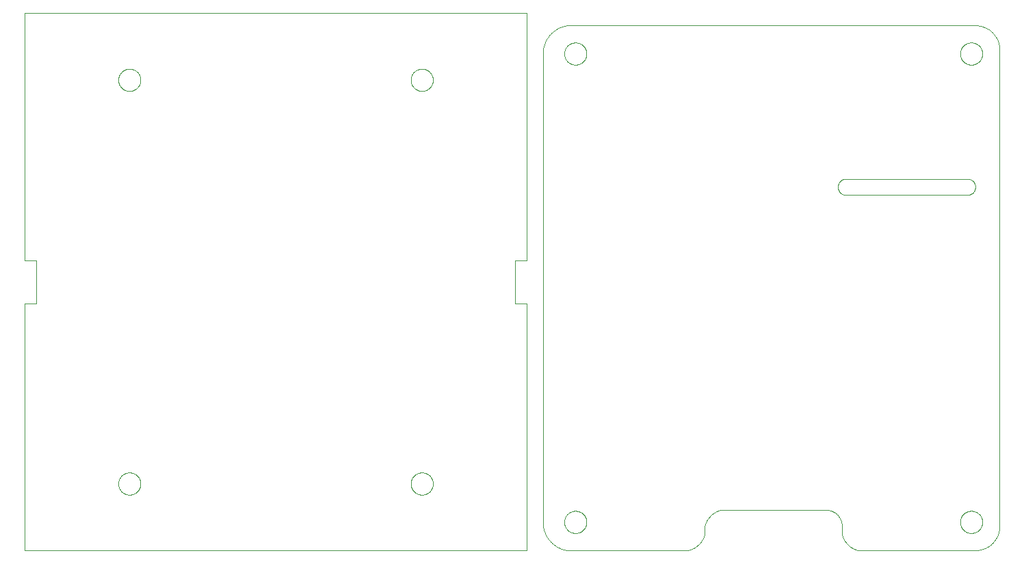
<source format=gtp>
G75*
%MOIN*%
%OFA0B0*%
%FSLAX25Y25*%
%IPPOS*%
%LPD*%
%AMOC8*
5,1,8,0,0,1.08239X$1,22.5*
%
%ADD10C,0.00000*%
D10*
X0001000Y0033905D02*
X0245882Y0033905D01*
X0245882Y0154378D01*
X0239976Y0154378D01*
X0239976Y0175244D01*
X0245882Y0175244D01*
X0245882Y0295716D01*
X0001000Y0295716D01*
X0001000Y0175244D01*
X0006906Y0175244D01*
X0006906Y0154378D01*
X0001000Y0154378D01*
X0001000Y0033905D01*
X0046768Y0066386D02*
X0046770Y0066533D01*
X0046776Y0066679D01*
X0046786Y0066825D01*
X0046800Y0066971D01*
X0046818Y0067117D01*
X0046839Y0067262D01*
X0046865Y0067406D01*
X0046895Y0067550D01*
X0046928Y0067692D01*
X0046965Y0067834D01*
X0047006Y0067975D01*
X0047051Y0068114D01*
X0047100Y0068253D01*
X0047152Y0068390D01*
X0047209Y0068525D01*
X0047268Y0068659D01*
X0047332Y0068791D01*
X0047399Y0068921D01*
X0047469Y0069050D01*
X0047543Y0069177D01*
X0047620Y0069301D01*
X0047701Y0069424D01*
X0047785Y0069544D01*
X0047872Y0069662D01*
X0047962Y0069777D01*
X0048055Y0069890D01*
X0048152Y0070001D01*
X0048251Y0070109D01*
X0048353Y0070214D01*
X0048458Y0070316D01*
X0048566Y0070415D01*
X0048677Y0070512D01*
X0048790Y0070605D01*
X0048905Y0070695D01*
X0049023Y0070782D01*
X0049143Y0070866D01*
X0049266Y0070947D01*
X0049390Y0071024D01*
X0049517Y0071098D01*
X0049646Y0071168D01*
X0049776Y0071235D01*
X0049908Y0071299D01*
X0050042Y0071358D01*
X0050177Y0071415D01*
X0050314Y0071467D01*
X0050453Y0071516D01*
X0050592Y0071561D01*
X0050733Y0071602D01*
X0050875Y0071639D01*
X0051017Y0071672D01*
X0051161Y0071702D01*
X0051305Y0071728D01*
X0051450Y0071749D01*
X0051596Y0071767D01*
X0051742Y0071781D01*
X0051888Y0071791D01*
X0052034Y0071797D01*
X0052181Y0071799D01*
X0052328Y0071797D01*
X0052474Y0071791D01*
X0052620Y0071781D01*
X0052766Y0071767D01*
X0052912Y0071749D01*
X0053057Y0071728D01*
X0053201Y0071702D01*
X0053345Y0071672D01*
X0053487Y0071639D01*
X0053629Y0071602D01*
X0053770Y0071561D01*
X0053909Y0071516D01*
X0054048Y0071467D01*
X0054185Y0071415D01*
X0054320Y0071358D01*
X0054454Y0071299D01*
X0054586Y0071235D01*
X0054716Y0071168D01*
X0054845Y0071098D01*
X0054972Y0071024D01*
X0055096Y0070947D01*
X0055219Y0070866D01*
X0055339Y0070782D01*
X0055457Y0070695D01*
X0055572Y0070605D01*
X0055685Y0070512D01*
X0055796Y0070415D01*
X0055904Y0070316D01*
X0056009Y0070214D01*
X0056111Y0070109D01*
X0056210Y0070001D01*
X0056307Y0069890D01*
X0056400Y0069777D01*
X0056490Y0069662D01*
X0056577Y0069544D01*
X0056661Y0069424D01*
X0056742Y0069301D01*
X0056819Y0069177D01*
X0056893Y0069050D01*
X0056963Y0068921D01*
X0057030Y0068791D01*
X0057094Y0068659D01*
X0057153Y0068525D01*
X0057210Y0068390D01*
X0057262Y0068253D01*
X0057311Y0068114D01*
X0057356Y0067975D01*
X0057397Y0067834D01*
X0057434Y0067692D01*
X0057467Y0067550D01*
X0057497Y0067406D01*
X0057523Y0067262D01*
X0057544Y0067117D01*
X0057562Y0066971D01*
X0057576Y0066825D01*
X0057586Y0066679D01*
X0057592Y0066533D01*
X0057594Y0066386D01*
X0057592Y0066239D01*
X0057586Y0066093D01*
X0057576Y0065947D01*
X0057562Y0065801D01*
X0057544Y0065655D01*
X0057523Y0065510D01*
X0057497Y0065366D01*
X0057467Y0065222D01*
X0057434Y0065080D01*
X0057397Y0064938D01*
X0057356Y0064797D01*
X0057311Y0064658D01*
X0057262Y0064519D01*
X0057210Y0064382D01*
X0057153Y0064247D01*
X0057094Y0064113D01*
X0057030Y0063981D01*
X0056963Y0063851D01*
X0056893Y0063722D01*
X0056819Y0063595D01*
X0056742Y0063471D01*
X0056661Y0063348D01*
X0056577Y0063228D01*
X0056490Y0063110D01*
X0056400Y0062995D01*
X0056307Y0062882D01*
X0056210Y0062771D01*
X0056111Y0062663D01*
X0056009Y0062558D01*
X0055904Y0062456D01*
X0055796Y0062357D01*
X0055685Y0062260D01*
X0055572Y0062167D01*
X0055457Y0062077D01*
X0055339Y0061990D01*
X0055219Y0061906D01*
X0055096Y0061825D01*
X0054972Y0061748D01*
X0054845Y0061674D01*
X0054716Y0061604D01*
X0054586Y0061537D01*
X0054454Y0061473D01*
X0054320Y0061414D01*
X0054185Y0061357D01*
X0054048Y0061305D01*
X0053909Y0061256D01*
X0053770Y0061211D01*
X0053629Y0061170D01*
X0053487Y0061133D01*
X0053345Y0061100D01*
X0053201Y0061070D01*
X0053057Y0061044D01*
X0052912Y0061023D01*
X0052766Y0061005D01*
X0052620Y0060991D01*
X0052474Y0060981D01*
X0052328Y0060975D01*
X0052181Y0060973D01*
X0052034Y0060975D01*
X0051888Y0060981D01*
X0051742Y0060991D01*
X0051596Y0061005D01*
X0051450Y0061023D01*
X0051305Y0061044D01*
X0051161Y0061070D01*
X0051017Y0061100D01*
X0050875Y0061133D01*
X0050733Y0061170D01*
X0050592Y0061211D01*
X0050453Y0061256D01*
X0050314Y0061305D01*
X0050177Y0061357D01*
X0050042Y0061414D01*
X0049908Y0061473D01*
X0049776Y0061537D01*
X0049646Y0061604D01*
X0049517Y0061674D01*
X0049390Y0061748D01*
X0049266Y0061825D01*
X0049143Y0061906D01*
X0049023Y0061990D01*
X0048905Y0062077D01*
X0048790Y0062167D01*
X0048677Y0062260D01*
X0048566Y0062357D01*
X0048458Y0062456D01*
X0048353Y0062558D01*
X0048251Y0062663D01*
X0048152Y0062771D01*
X0048055Y0062882D01*
X0047962Y0062995D01*
X0047872Y0063110D01*
X0047785Y0063228D01*
X0047701Y0063348D01*
X0047620Y0063471D01*
X0047543Y0063595D01*
X0047469Y0063722D01*
X0047399Y0063851D01*
X0047332Y0063981D01*
X0047268Y0064113D01*
X0047209Y0064247D01*
X0047152Y0064382D01*
X0047100Y0064519D01*
X0047051Y0064658D01*
X0047006Y0064797D01*
X0046965Y0064938D01*
X0046928Y0065080D01*
X0046895Y0065222D01*
X0046865Y0065366D01*
X0046839Y0065510D01*
X0046818Y0065655D01*
X0046800Y0065801D01*
X0046786Y0065947D01*
X0046776Y0066093D01*
X0046770Y0066239D01*
X0046768Y0066386D01*
X0189288Y0066386D02*
X0189290Y0066533D01*
X0189296Y0066679D01*
X0189306Y0066825D01*
X0189320Y0066971D01*
X0189338Y0067117D01*
X0189359Y0067262D01*
X0189385Y0067406D01*
X0189415Y0067550D01*
X0189448Y0067692D01*
X0189485Y0067834D01*
X0189526Y0067975D01*
X0189571Y0068114D01*
X0189620Y0068253D01*
X0189672Y0068390D01*
X0189729Y0068525D01*
X0189788Y0068659D01*
X0189852Y0068791D01*
X0189919Y0068921D01*
X0189989Y0069050D01*
X0190063Y0069177D01*
X0190140Y0069301D01*
X0190221Y0069424D01*
X0190305Y0069544D01*
X0190392Y0069662D01*
X0190482Y0069777D01*
X0190575Y0069890D01*
X0190672Y0070001D01*
X0190771Y0070109D01*
X0190873Y0070214D01*
X0190978Y0070316D01*
X0191086Y0070415D01*
X0191197Y0070512D01*
X0191310Y0070605D01*
X0191425Y0070695D01*
X0191543Y0070782D01*
X0191663Y0070866D01*
X0191786Y0070947D01*
X0191910Y0071024D01*
X0192037Y0071098D01*
X0192166Y0071168D01*
X0192296Y0071235D01*
X0192428Y0071299D01*
X0192562Y0071358D01*
X0192697Y0071415D01*
X0192834Y0071467D01*
X0192973Y0071516D01*
X0193112Y0071561D01*
X0193253Y0071602D01*
X0193395Y0071639D01*
X0193537Y0071672D01*
X0193681Y0071702D01*
X0193825Y0071728D01*
X0193970Y0071749D01*
X0194116Y0071767D01*
X0194262Y0071781D01*
X0194408Y0071791D01*
X0194554Y0071797D01*
X0194701Y0071799D01*
X0194848Y0071797D01*
X0194994Y0071791D01*
X0195140Y0071781D01*
X0195286Y0071767D01*
X0195432Y0071749D01*
X0195577Y0071728D01*
X0195721Y0071702D01*
X0195865Y0071672D01*
X0196007Y0071639D01*
X0196149Y0071602D01*
X0196290Y0071561D01*
X0196429Y0071516D01*
X0196568Y0071467D01*
X0196705Y0071415D01*
X0196840Y0071358D01*
X0196974Y0071299D01*
X0197106Y0071235D01*
X0197236Y0071168D01*
X0197365Y0071098D01*
X0197492Y0071024D01*
X0197616Y0070947D01*
X0197739Y0070866D01*
X0197859Y0070782D01*
X0197977Y0070695D01*
X0198092Y0070605D01*
X0198205Y0070512D01*
X0198316Y0070415D01*
X0198424Y0070316D01*
X0198529Y0070214D01*
X0198631Y0070109D01*
X0198730Y0070001D01*
X0198827Y0069890D01*
X0198920Y0069777D01*
X0199010Y0069662D01*
X0199097Y0069544D01*
X0199181Y0069424D01*
X0199262Y0069301D01*
X0199339Y0069177D01*
X0199413Y0069050D01*
X0199483Y0068921D01*
X0199550Y0068791D01*
X0199614Y0068659D01*
X0199673Y0068525D01*
X0199730Y0068390D01*
X0199782Y0068253D01*
X0199831Y0068114D01*
X0199876Y0067975D01*
X0199917Y0067834D01*
X0199954Y0067692D01*
X0199987Y0067550D01*
X0200017Y0067406D01*
X0200043Y0067262D01*
X0200064Y0067117D01*
X0200082Y0066971D01*
X0200096Y0066825D01*
X0200106Y0066679D01*
X0200112Y0066533D01*
X0200114Y0066386D01*
X0200112Y0066239D01*
X0200106Y0066093D01*
X0200096Y0065947D01*
X0200082Y0065801D01*
X0200064Y0065655D01*
X0200043Y0065510D01*
X0200017Y0065366D01*
X0199987Y0065222D01*
X0199954Y0065080D01*
X0199917Y0064938D01*
X0199876Y0064797D01*
X0199831Y0064658D01*
X0199782Y0064519D01*
X0199730Y0064382D01*
X0199673Y0064247D01*
X0199614Y0064113D01*
X0199550Y0063981D01*
X0199483Y0063851D01*
X0199413Y0063722D01*
X0199339Y0063595D01*
X0199262Y0063471D01*
X0199181Y0063348D01*
X0199097Y0063228D01*
X0199010Y0063110D01*
X0198920Y0062995D01*
X0198827Y0062882D01*
X0198730Y0062771D01*
X0198631Y0062663D01*
X0198529Y0062558D01*
X0198424Y0062456D01*
X0198316Y0062357D01*
X0198205Y0062260D01*
X0198092Y0062167D01*
X0197977Y0062077D01*
X0197859Y0061990D01*
X0197739Y0061906D01*
X0197616Y0061825D01*
X0197492Y0061748D01*
X0197365Y0061674D01*
X0197236Y0061604D01*
X0197106Y0061537D01*
X0196974Y0061473D01*
X0196840Y0061414D01*
X0196705Y0061357D01*
X0196568Y0061305D01*
X0196429Y0061256D01*
X0196290Y0061211D01*
X0196149Y0061170D01*
X0196007Y0061133D01*
X0195865Y0061100D01*
X0195721Y0061070D01*
X0195577Y0061044D01*
X0195432Y0061023D01*
X0195286Y0061005D01*
X0195140Y0060991D01*
X0194994Y0060981D01*
X0194848Y0060975D01*
X0194701Y0060973D01*
X0194554Y0060975D01*
X0194408Y0060981D01*
X0194262Y0060991D01*
X0194116Y0061005D01*
X0193970Y0061023D01*
X0193825Y0061044D01*
X0193681Y0061070D01*
X0193537Y0061100D01*
X0193395Y0061133D01*
X0193253Y0061170D01*
X0193112Y0061211D01*
X0192973Y0061256D01*
X0192834Y0061305D01*
X0192697Y0061357D01*
X0192562Y0061414D01*
X0192428Y0061473D01*
X0192296Y0061537D01*
X0192166Y0061604D01*
X0192037Y0061674D01*
X0191910Y0061748D01*
X0191786Y0061825D01*
X0191663Y0061906D01*
X0191543Y0061990D01*
X0191425Y0062077D01*
X0191310Y0062167D01*
X0191197Y0062260D01*
X0191086Y0062357D01*
X0190978Y0062456D01*
X0190873Y0062558D01*
X0190771Y0062663D01*
X0190672Y0062771D01*
X0190575Y0062882D01*
X0190482Y0062995D01*
X0190392Y0063110D01*
X0190305Y0063228D01*
X0190221Y0063348D01*
X0190140Y0063471D01*
X0190063Y0063595D01*
X0189989Y0063722D01*
X0189919Y0063851D01*
X0189852Y0063981D01*
X0189788Y0064113D01*
X0189729Y0064247D01*
X0189672Y0064382D01*
X0189620Y0064519D01*
X0189571Y0064658D01*
X0189526Y0064797D01*
X0189485Y0064938D01*
X0189448Y0065080D01*
X0189415Y0065222D01*
X0189385Y0065366D01*
X0189359Y0065510D01*
X0189338Y0065655D01*
X0189320Y0065801D01*
X0189306Y0065947D01*
X0189296Y0066093D01*
X0189290Y0066239D01*
X0189288Y0066386D01*
X0253756Y0045716D02*
X0253756Y0278000D01*
X0253756Y0277999D02*
X0253808Y0278337D01*
X0253869Y0278673D01*
X0253938Y0279008D01*
X0254015Y0279341D01*
X0254100Y0279671D01*
X0254194Y0280000D01*
X0254295Y0280326D01*
X0254405Y0280650D01*
X0254522Y0280971D01*
X0254647Y0281289D01*
X0254780Y0281603D01*
X0254921Y0281915D01*
X0255069Y0282222D01*
X0255225Y0282526D01*
X0255388Y0282827D01*
X0255558Y0283123D01*
X0255736Y0283414D01*
X0255920Y0283702D01*
X0256112Y0283985D01*
X0256311Y0284262D01*
X0256516Y0284535D01*
X0256728Y0284803D01*
X0256947Y0285066D01*
X0257172Y0285323D01*
X0257403Y0285574D01*
X0257640Y0285820D01*
X0257883Y0286060D01*
X0258132Y0286294D01*
X0258387Y0286522D01*
X0258647Y0286743D01*
X0258913Y0286958D01*
X0259184Y0287166D01*
X0259459Y0287368D01*
X0259740Y0287563D01*
X0260025Y0287750D01*
X0260315Y0287931D01*
X0260609Y0288105D01*
X0260908Y0288271D01*
X0261210Y0288430D01*
X0261516Y0288582D01*
X0261826Y0288725D01*
X0262140Y0288862D01*
X0262456Y0288990D01*
X0262776Y0289111D01*
X0263098Y0289224D01*
X0263423Y0289329D01*
X0263751Y0289426D01*
X0264081Y0289515D01*
X0264413Y0289595D01*
X0264746Y0289668D01*
X0265082Y0289732D01*
X0265419Y0289788D01*
X0265757Y0289836D01*
X0266096Y0289875D01*
X0266437Y0289907D01*
X0266777Y0289929D01*
X0267119Y0289944D01*
X0267460Y0289950D01*
X0267802Y0289947D01*
X0268143Y0289937D01*
X0268484Y0289918D01*
X0268825Y0289890D01*
X0269165Y0289854D01*
X0269503Y0289810D01*
X0269504Y0289811D02*
X0464386Y0289811D01*
X0464671Y0289808D01*
X0464957Y0289797D01*
X0465242Y0289780D01*
X0465526Y0289756D01*
X0465810Y0289725D01*
X0466093Y0289687D01*
X0466374Y0289642D01*
X0466655Y0289591D01*
X0466935Y0289533D01*
X0467213Y0289468D01*
X0467489Y0289396D01*
X0467763Y0289318D01*
X0468036Y0289233D01*
X0468306Y0289141D01*
X0468574Y0289043D01*
X0468840Y0288939D01*
X0469103Y0288828D01*
X0469363Y0288711D01*
X0469621Y0288588D01*
X0469875Y0288458D01*
X0470126Y0288322D01*
X0470374Y0288181D01*
X0470618Y0288033D01*
X0470859Y0287880D01*
X0471095Y0287720D01*
X0471328Y0287555D01*
X0471557Y0287385D01*
X0471782Y0287209D01*
X0472002Y0287027D01*
X0472218Y0286841D01*
X0472429Y0286649D01*
X0472636Y0286452D01*
X0472838Y0286250D01*
X0473035Y0286043D01*
X0473227Y0285832D01*
X0473413Y0285616D01*
X0473595Y0285396D01*
X0473771Y0285171D01*
X0473941Y0284942D01*
X0474106Y0284709D01*
X0474266Y0284473D01*
X0474419Y0284232D01*
X0474567Y0283988D01*
X0474708Y0283740D01*
X0474844Y0283489D01*
X0474974Y0283235D01*
X0475097Y0282977D01*
X0475214Y0282717D01*
X0475325Y0282454D01*
X0475429Y0282188D01*
X0475527Y0281920D01*
X0475619Y0281650D01*
X0475704Y0281377D01*
X0475782Y0281103D01*
X0475854Y0280827D01*
X0475919Y0280549D01*
X0475977Y0280269D01*
X0476028Y0279988D01*
X0476073Y0279707D01*
X0476111Y0279424D01*
X0476142Y0279140D01*
X0476166Y0278856D01*
X0476183Y0278571D01*
X0476194Y0278285D01*
X0476197Y0278000D01*
X0476197Y0045716D01*
X0476194Y0045431D01*
X0476183Y0045145D01*
X0476166Y0044860D01*
X0476142Y0044576D01*
X0476111Y0044292D01*
X0476073Y0044009D01*
X0476028Y0043728D01*
X0475977Y0043447D01*
X0475919Y0043167D01*
X0475854Y0042889D01*
X0475782Y0042613D01*
X0475704Y0042339D01*
X0475619Y0042066D01*
X0475527Y0041796D01*
X0475429Y0041528D01*
X0475325Y0041262D01*
X0475214Y0040999D01*
X0475097Y0040739D01*
X0474974Y0040481D01*
X0474844Y0040227D01*
X0474708Y0039976D01*
X0474567Y0039728D01*
X0474419Y0039484D01*
X0474266Y0039243D01*
X0474106Y0039007D01*
X0473941Y0038774D01*
X0473771Y0038545D01*
X0473595Y0038320D01*
X0473413Y0038100D01*
X0473227Y0037884D01*
X0473035Y0037673D01*
X0472838Y0037466D01*
X0472636Y0037264D01*
X0472429Y0037067D01*
X0472218Y0036875D01*
X0472002Y0036689D01*
X0471782Y0036507D01*
X0471557Y0036331D01*
X0471328Y0036161D01*
X0471095Y0035996D01*
X0470859Y0035836D01*
X0470618Y0035683D01*
X0470374Y0035535D01*
X0470126Y0035394D01*
X0469875Y0035258D01*
X0469621Y0035128D01*
X0469363Y0035005D01*
X0469103Y0034888D01*
X0468840Y0034777D01*
X0468574Y0034673D01*
X0468306Y0034575D01*
X0468036Y0034483D01*
X0467763Y0034398D01*
X0467489Y0034320D01*
X0467213Y0034248D01*
X0466935Y0034183D01*
X0466655Y0034125D01*
X0466374Y0034074D01*
X0466093Y0034029D01*
X0465810Y0033991D01*
X0465526Y0033960D01*
X0465242Y0033936D01*
X0464957Y0033919D01*
X0464671Y0033908D01*
X0464386Y0033905D01*
X0407299Y0033905D01*
X0407056Y0033962D01*
X0406814Y0034025D01*
X0406573Y0034094D01*
X0406335Y0034169D01*
X0406098Y0034250D01*
X0405863Y0034336D01*
X0405631Y0034428D01*
X0405400Y0034525D01*
X0405172Y0034628D01*
X0404947Y0034736D01*
X0404724Y0034850D01*
X0404504Y0034969D01*
X0404287Y0035093D01*
X0404073Y0035223D01*
X0403863Y0035358D01*
X0403655Y0035497D01*
X0403451Y0035642D01*
X0403251Y0035791D01*
X0403054Y0035946D01*
X0402861Y0036105D01*
X0402672Y0036268D01*
X0402487Y0036436D01*
X0402306Y0036609D01*
X0402129Y0036786D01*
X0401956Y0036967D01*
X0401788Y0037152D01*
X0401625Y0037341D01*
X0401466Y0037534D01*
X0401311Y0037731D01*
X0401162Y0037931D01*
X0401017Y0038135D01*
X0400878Y0038343D01*
X0400743Y0038553D01*
X0400613Y0038767D01*
X0400489Y0038984D01*
X0400370Y0039204D01*
X0400256Y0039427D01*
X0400148Y0039652D01*
X0400045Y0039880D01*
X0399948Y0040111D01*
X0399856Y0040343D01*
X0399770Y0040578D01*
X0399689Y0040815D01*
X0399614Y0041053D01*
X0399545Y0041294D01*
X0399482Y0041536D01*
X0399425Y0041779D01*
X0399425Y0045716D01*
X0399423Y0045906D01*
X0399416Y0046096D01*
X0399404Y0046286D01*
X0399388Y0046476D01*
X0399368Y0046665D01*
X0399342Y0046854D01*
X0399313Y0047042D01*
X0399278Y0047229D01*
X0399239Y0047415D01*
X0399196Y0047600D01*
X0399148Y0047785D01*
X0399096Y0047968D01*
X0399040Y0048149D01*
X0398979Y0048329D01*
X0398913Y0048508D01*
X0398844Y0048685D01*
X0398770Y0048861D01*
X0398692Y0049034D01*
X0398609Y0049206D01*
X0398523Y0049375D01*
X0398433Y0049543D01*
X0398338Y0049708D01*
X0398240Y0049871D01*
X0398137Y0050031D01*
X0398031Y0050189D01*
X0397921Y0050344D01*
X0397808Y0050497D01*
X0397690Y0050647D01*
X0397569Y0050793D01*
X0397445Y0050937D01*
X0397317Y0051078D01*
X0397186Y0051216D01*
X0397051Y0051351D01*
X0396913Y0051482D01*
X0396772Y0051610D01*
X0396628Y0051734D01*
X0396482Y0051855D01*
X0396332Y0051973D01*
X0396179Y0052086D01*
X0396024Y0052196D01*
X0395866Y0052302D01*
X0395706Y0052405D01*
X0395543Y0052503D01*
X0395378Y0052598D01*
X0395210Y0052688D01*
X0395041Y0052774D01*
X0394869Y0052857D01*
X0394696Y0052935D01*
X0394520Y0053009D01*
X0394343Y0053078D01*
X0394164Y0053144D01*
X0393984Y0053205D01*
X0393803Y0053261D01*
X0393620Y0053313D01*
X0393435Y0053361D01*
X0393250Y0053404D01*
X0393064Y0053443D01*
X0392877Y0053478D01*
X0392689Y0053507D01*
X0392500Y0053533D01*
X0392311Y0053553D01*
X0392121Y0053569D01*
X0391931Y0053581D01*
X0391741Y0053588D01*
X0391551Y0053590D01*
X0340370Y0053590D01*
X0332496Y0045716D02*
X0332496Y0041779D01*
X0332496Y0045717D02*
X0332565Y0045973D01*
X0332641Y0046228D01*
X0332722Y0046480D01*
X0332810Y0046731D01*
X0332903Y0046979D01*
X0333003Y0047226D01*
X0333109Y0047469D01*
X0333220Y0047710D01*
X0333338Y0047948D01*
X0333461Y0048184D01*
X0333589Y0048416D01*
X0333724Y0048645D01*
X0333864Y0048870D01*
X0334009Y0049093D01*
X0334160Y0049311D01*
X0334316Y0049526D01*
X0334477Y0049737D01*
X0334643Y0049944D01*
X0334814Y0050147D01*
X0334990Y0050346D01*
X0335171Y0050541D01*
X0335356Y0050731D01*
X0335546Y0050916D01*
X0335741Y0051097D01*
X0335940Y0051273D01*
X0336143Y0051444D01*
X0336350Y0051610D01*
X0336561Y0051771D01*
X0336776Y0051927D01*
X0336994Y0052078D01*
X0337217Y0052223D01*
X0337442Y0052363D01*
X0337671Y0052498D01*
X0337903Y0052626D01*
X0338139Y0052749D01*
X0338377Y0052867D01*
X0338618Y0052978D01*
X0338861Y0053084D01*
X0339108Y0053184D01*
X0339356Y0053277D01*
X0339607Y0053365D01*
X0339859Y0053446D01*
X0340114Y0053522D01*
X0340370Y0053591D01*
X0332496Y0041779D02*
X0332427Y0041523D01*
X0332351Y0041268D01*
X0332270Y0041016D01*
X0332182Y0040765D01*
X0332089Y0040517D01*
X0331989Y0040270D01*
X0331883Y0040027D01*
X0331772Y0039786D01*
X0331654Y0039548D01*
X0331531Y0039312D01*
X0331403Y0039080D01*
X0331268Y0038851D01*
X0331128Y0038626D01*
X0330983Y0038403D01*
X0330832Y0038185D01*
X0330676Y0037970D01*
X0330515Y0037759D01*
X0330349Y0037552D01*
X0330178Y0037349D01*
X0330002Y0037150D01*
X0329821Y0036955D01*
X0329636Y0036765D01*
X0329446Y0036580D01*
X0329251Y0036399D01*
X0329052Y0036223D01*
X0328849Y0036052D01*
X0328642Y0035886D01*
X0328431Y0035725D01*
X0328216Y0035569D01*
X0327998Y0035418D01*
X0327775Y0035273D01*
X0327550Y0035133D01*
X0327321Y0034998D01*
X0327089Y0034870D01*
X0326853Y0034747D01*
X0326615Y0034629D01*
X0326374Y0034518D01*
X0326131Y0034412D01*
X0325884Y0034312D01*
X0325636Y0034219D01*
X0325385Y0034131D01*
X0325133Y0034050D01*
X0324878Y0033974D01*
X0324622Y0033905D01*
X0269504Y0033905D01*
X0264091Y0047685D02*
X0264093Y0047832D01*
X0264099Y0047978D01*
X0264109Y0048124D01*
X0264123Y0048270D01*
X0264141Y0048416D01*
X0264162Y0048561D01*
X0264188Y0048705D01*
X0264218Y0048849D01*
X0264251Y0048991D01*
X0264288Y0049133D01*
X0264329Y0049274D01*
X0264374Y0049413D01*
X0264423Y0049552D01*
X0264475Y0049689D01*
X0264532Y0049824D01*
X0264591Y0049958D01*
X0264655Y0050090D01*
X0264722Y0050220D01*
X0264792Y0050349D01*
X0264866Y0050476D01*
X0264943Y0050600D01*
X0265024Y0050723D01*
X0265108Y0050843D01*
X0265195Y0050961D01*
X0265285Y0051076D01*
X0265378Y0051189D01*
X0265475Y0051300D01*
X0265574Y0051408D01*
X0265676Y0051513D01*
X0265781Y0051615D01*
X0265889Y0051714D01*
X0266000Y0051811D01*
X0266113Y0051904D01*
X0266228Y0051994D01*
X0266346Y0052081D01*
X0266466Y0052165D01*
X0266589Y0052246D01*
X0266713Y0052323D01*
X0266840Y0052397D01*
X0266969Y0052467D01*
X0267099Y0052534D01*
X0267231Y0052598D01*
X0267365Y0052657D01*
X0267500Y0052714D01*
X0267637Y0052766D01*
X0267776Y0052815D01*
X0267915Y0052860D01*
X0268056Y0052901D01*
X0268198Y0052938D01*
X0268340Y0052971D01*
X0268484Y0053001D01*
X0268628Y0053027D01*
X0268773Y0053048D01*
X0268919Y0053066D01*
X0269065Y0053080D01*
X0269211Y0053090D01*
X0269357Y0053096D01*
X0269504Y0053098D01*
X0269651Y0053096D01*
X0269797Y0053090D01*
X0269943Y0053080D01*
X0270089Y0053066D01*
X0270235Y0053048D01*
X0270380Y0053027D01*
X0270524Y0053001D01*
X0270668Y0052971D01*
X0270810Y0052938D01*
X0270952Y0052901D01*
X0271093Y0052860D01*
X0271232Y0052815D01*
X0271371Y0052766D01*
X0271508Y0052714D01*
X0271643Y0052657D01*
X0271777Y0052598D01*
X0271909Y0052534D01*
X0272039Y0052467D01*
X0272168Y0052397D01*
X0272295Y0052323D01*
X0272419Y0052246D01*
X0272542Y0052165D01*
X0272662Y0052081D01*
X0272780Y0051994D01*
X0272895Y0051904D01*
X0273008Y0051811D01*
X0273119Y0051714D01*
X0273227Y0051615D01*
X0273332Y0051513D01*
X0273434Y0051408D01*
X0273533Y0051300D01*
X0273630Y0051189D01*
X0273723Y0051076D01*
X0273813Y0050961D01*
X0273900Y0050843D01*
X0273984Y0050723D01*
X0274065Y0050600D01*
X0274142Y0050476D01*
X0274216Y0050349D01*
X0274286Y0050220D01*
X0274353Y0050090D01*
X0274417Y0049958D01*
X0274476Y0049824D01*
X0274533Y0049689D01*
X0274585Y0049552D01*
X0274634Y0049413D01*
X0274679Y0049274D01*
X0274720Y0049133D01*
X0274757Y0048991D01*
X0274790Y0048849D01*
X0274820Y0048705D01*
X0274846Y0048561D01*
X0274867Y0048416D01*
X0274885Y0048270D01*
X0274899Y0048124D01*
X0274909Y0047978D01*
X0274915Y0047832D01*
X0274917Y0047685D01*
X0274915Y0047538D01*
X0274909Y0047392D01*
X0274899Y0047246D01*
X0274885Y0047100D01*
X0274867Y0046954D01*
X0274846Y0046809D01*
X0274820Y0046665D01*
X0274790Y0046521D01*
X0274757Y0046379D01*
X0274720Y0046237D01*
X0274679Y0046096D01*
X0274634Y0045957D01*
X0274585Y0045818D01*
X0274533Y0045681D01*
X0274476Y0045546D01*
X0274417Y0045412D01*
X0274353Y0045280D01*
X0274286Y0045150D01*
X0274216Y0045021D01*
X0274142Y0044894D01*
X0274065Y0044770D01*
X0273984Y0044647D01*
X0273900Y0044527D01*
X0273813Y0044409D01*
X0273723Y0044294D01*
X0273630Y0044181D01*
X0273533Y0044070D01*
X0273434Y0043962D01*
X0273332Y0043857D01*
X0273227Y0043755D01*
X0273119Y0043656D01*
X0273008Y0043559D01*
X0272895Y0043466D01*
X0272780Y0043376D01*
X0272662Y0043289D01*
X0272542Y0043205D01*
X0272419Y0043124D01*
X0272295Y0043047D01*
X0272168Y0042973D01*
X0272039Y0042903D01*
X0271909Y0042836D01*
X0271777Y0042772D01*
X0271643Y0042713D01*
X0271508Y0042656D01*
X0271371Y0042604D01*
X0271232Y0042555D01*
X0271093Y0042510D01*
X0270952Y0042469D01*
X0270810Y0042432D01*
X0270668Y0042399D01*
X0270524Y0042369D01*
X0270380Y0042343D01*
X0270235Y0042322D01*
X0270089Y0042304D01*
X0269943Y0042290D01*
X0269797Y0042280D01*
X0269651Y0042274D01*
X0269504Y0042272D01*
X0269357Y0042274D01*
X0269211Y0042280D01*
X0269065Y0042290D01*
X0268919Y0042304D01*
X0268773Y0042322D01*
X0268628Y0042343D01*
X0268484Y0042369D01*
X0268340Y0042399D01*
X0268198Y0042432D01*
X0268056Y0042469D01*
X0267915Y0042510D01*
X0267776Y0042555D01*
X0267637Y0042604D01*
X0267500Y0042656D01*
X0267365Y0042713D01*
X0267231Y0042772D01*
X0267099Y0042836D01*
X0266969Y0042903D01*
X0266840Y0042973D01*
X0266713Y0043047D01*
X0266589Y0043124D01*
X0266466Y0043205D01*
X0266346Y0043289D01*
X0266228Y0043376D01*
X0266113Y0043466D01*
X0266000Y0043559D01*
X0265889Y0043656D01*
X0265781Y0043755D01*
X0265676Y0043857D01*
X0265574Y0043962D01*
X0265475Y0044070D01*
X0265378Y0044181D01*
X0265285Y0044294D01*
X0265195Y0044409D01*
X0265108Y0044527D01*
X0265024Y0044647D01*
X0264943Y0044770D01*
X0264866Y0044894D01*
X0264792Y0045021D01*
X0264722Y0045150D01*
X0264655Y0045280D01*
X0264591Y0045412D01*
X0264532Y0045546D01*
X0264475Y0045681D01*
X0264423Y0045818D01*
X0264374Y0045957D01*
X0264329Y0046096D01*
X0264288Y0046237D01*
X0264251Y0046379D01*
X0264218Y0046521D01*
X0264188Y0046665D01*
X0264162Y0046809D01*
X0264141Y0046954D01*
X0264123Y0047100D01*
X0264109Y0047246D01*
X0264099Y0047392D01*
X0264093Y0047538D01*
X0264091Y0047685D01*
X0253756Y0045717D02*
X0253807Y0045384D01*
X0253867Y0045053D01*
X0253935Y0044724D01*
X0254010Y0044396D01*
X0254094Y0044070D01*
X0254185Y0043746D01*
X0254284Y0043425D01*
X0254391Y0043106D01*
X0254505Y0042790D01*
X0254627Y0042476D01*
X0254757Y0042166D01*
X0254894Y0041859D01*
X0255039Y0041555D01*
X0255190Y0041255D01*
X0255349Y0040958D01*
X0255515Y0040666D01*
X0255689Y0040377D01*
X0255869Y0040093D01*
X0256055Y0039814D01*
X0256249Y0039539D01*
X0256449Y0039268D01*
X0256656Y0039003D01*
X0256869Y0038742D01*
X0257088Y0038487D01*
X0257313Y0038238D01*
X0257544Y0037993D01*
X0257782Y0037755D01*
X0258024Y0037522D01*
X0258273Y0037295D01*
X0258527Y0037074D01*
X0258786Y0036860D01*
X0259050Y0036652D01*
X0259319Y0036450D01*
X0259593Y0036254D01*
X0259871Y0036066D01*
X0260154Y0035884D01*
X0260441Y0035709D01*
X0260733Y0035541D01*
X0261028Y0035380D01*
X0261328Y0035227D01*
X0261630Y0035080D01*
X0261937Y0034941D01*
X0262246Y0034810D01*
X0262559Y0034686D01*
X0262875Y0034569D01*
X0263193Y0034461D01*
X0263514Y0034360D01*
X0263837Y0034266D01*
X0264162Y0034181D01*
X0264489Y0034103D01*
X0264818Y0034034D01*
X0265149Y0033972D01*
X0265481Y0033918D01*
X0265814Y0033873D01*
X0266149Y0033835D01*
X0266484Y0033806D01*
X0266819Y0033784D01*
X0267156Y0033771D01*
X0267492Y0033766D01*
X0267828Y0033769D01*
X0268164Y0033780D01*
X0268500Y0033800D01*
X0268835Y0033827D01*
X0269170Y0033862D01*
X0269503Y0033906D01*
X0457004Y0047685D02*
X0457006Y0047832D01*
X0457012Y0047978D01*
X0457022Y0048124D01*
X0457036Y0048270D01*
X0457054Y0048416D01*
X0457075Y0048561D01*
X0457101Y0048705D01*
X0457131Y0048849D01*
X0457164Y0048991D01*
X0457201Y0049133D01*
X0457242Y0049274D01*
X0457287Y0049413D01*
X0457336Y0049552D01*
X0457388Y0049689D01*
X0457445Y0049824D01*
X0457504Y0049958D01*
X0457568Y0050090D01*
X0457635Y0050220D01*
X0457705Y0050349D01*
X0457779Y0050476D01*
X0457856Y0050600D01*
X0457937Y0050723D01*
X0458021Y0050843D01*
X0458108Y0050961D01*
X0458198Y0051076D01*
X0458291Y0051189D01*
X0458388Y0051300D01*
X0458487Y0051408D01*
X0458589Y0051513D01*
X0458694Y0051615D01*
X0458802Y0051714D01*
X0458913Y0051811D01*
X0459026Y0051904D01*
X0459141Y0051994D01*
X0459259Y0052081D01*
X0459379Y0052165D01*
X0459502Y0052246D01*
X0459626Y0052323D01*
X0459753Y0052397D01*
X0459882Y0052467D01*
X0460012Y0052534D01*
X0460144Y0052598D01*
X0460278Y0052657D01*
X0460413Y0052714D01*
X0460550Y0052766D01*
X0460689Y0052815D01*
X0460828Y0052860D01*
X0460969Y0052901D01*
X0461111Y0052938D01*
X0461253Y0052971D01*
X0461397Y0053001D01*
X0461541Y0053027D01*
X0461686Y0053048D01*
X0461832Y0053066D01*
X0461978Y0053080D01*
X0462124Y0053090D01*
X0462270Y0053096D01*
X0462417Y0053098D01*
X0462564Y0053096D01*
X0462710Y0053090D01*
X0462856Y0053080D01*
X0463002Y0053066D01*
X0463148Y0053048D01*
X0463293Y0053027D01*
X0463437Y0053001D01*
X0463581Y0052971D01*
X0463723Y0052938D01*
X0463865Y0052901D01*
X0464006Y0052860D01*
X0464145Y0052815D01*
X0464284Y0052766D01*
X0464421Y0052714D01*
X0464556Y0052657D01*
X0464690Y0052598D01*
X0464822Y0052534D01*
X0464952Y0052467D01*
X0465081Y0052397D01*
X0465208Y0052323D01*
X0465332Y0052246D01*
X0465455Y0052165D01*
X0465575Y0052081D01*
X0465693Y0051994D01*
X0465808Y0051904D01*
X0465921Y0051811D01*
X0466032Y0051714D01*
X0466140Y0051615D01*
X0466245Y0051513D01*
X0466347Y0051408D01*
X0466446Y0051300D01*
X0466543Y0051189D01*
X0466636Y0051076D01*
X0466726Y0050961D01*
X0466813Y0050843D01*
X0466897Y0050723D01*
X0466978Y0050600D01*
X0467055Y0050476D01*
X0467129Y0050349D01*
X0467199Y0050220D01*
X0467266Y0050090D01*
X0467330Y0049958D01*
X0467389Y0049824D01*
X0467446Y0049689D01*
X0467498Y0049552D01*
X0467547Y0049413D01*
X0467592Y0049274D01*
X0467633Y0049133D01*
X0467670Y0048991D01*
X0467703Y0048849D01*
X0467733Y0048705D01*
X0467759Y0048561D01*
X0467780Y0048416D01*
X0467798Y0048270D01*
X0467812Y0048124D01*
X0467822Y0047978D01*
X0467828Y0047832D01*
X0467830Y0047685D01*
X0467828Y0047538D01*
X0467822Y0047392D01*
X0467812Y0047246D01*
X0467798Y0047100D01*
X0467780Y0046954D01*
X0467759Y0046809D01*
X0467733Y0046665D01*
X0467703Y0046521D01*
X0467670Y0046379D01*
X0467633Y0046237D01*
X0467592Y0046096D01*
X0467547Y0045957D01*
X0467498Y0045818D01*
X0467446Y0045681D01*
X0467389Y0045546D01*
X0467330Y0045412D01*
X0467266Y0045280D01*
X0467199Y0045150D01*
X0467129Y0045021D01*
X0467055Y0044894D01*
X0466978Y0044770D01*
X0466897Y0044647D01*
X0466813Y0044527D01*
X0466726Y0044409D01*
X0466636Y0044294D01*
X0466543Y0044181D01*
X0466446Y0044070D01*
X0466347Y0043962D01*
X0466245Y0043857D01*
X0466140Y0043755D01*
X0466032Y0043656D01*
X0465921Y0043559D01*
X0465808Y0043466D01*
X0465693Y0043376D01*
X0465575Y0043289D01*
X0465455Y0043205D01*
X0465332Y0043124D01*
X0465208Y0043047D01*
X0465081Y0042973D01*
X0464952Y0042903D01*
X0464822Y0042836D01*
X0464690Y0042772D01*
X0464556Y0042713D01*
X0464421Y0042656D01*
X0464284Y0042604D01*
X0464145Y0042555D01*
X0464006Y0042510D01*
X0463865Y0042469D01*
X0463723Y0042432D01*
X0463581Y0042399D01*
X0463437Y0042369D01*
X0463293Y0042343D01*
X0463148Y0042322D01*
X0463002Y0042304D01*
X0462856Y0042290D01*
X0462710Y0042280D01*
X0462564Y0042274D01*
X0462417Y0042272D01*
X0462270Y0042274D01*
X0462124Y0042280D01*
X0461978Y0042290D01*
X0461832Y0042304D01*
X0461686Y0042322D01*
X0461541Y0042343D01*
X0461397Y0042369D01*
X0461253Y0042399D01*
X0461111Y0042432D01*
X0460969Y0042469D01*
X0460828Y0042510D01*
X0460689Y0042555D01*
X0460550Y0042604D01*
X0460413Y0042656D01*
X0460278Y0042713D01*
X0460144Y0042772D01*
X0460012Y0042836D01*
X0459882Y0042903D01*
X0459753Y0042973D01*
X0459626Y0043047D01*
X0459502Y0043124D01*
X0459379Y0043205D01*
X0459259Y0043289D01*
X0459141Y0043376D01*
X0459026Y0043466D01*
X0458913Y0043559D01*
X0458802Y0043656D01*
X0458694Y0043755D01*
X0458589Y0043857D01*
X0458487Y0043962D01*
X0458388Y0044070D01*
X0458291Y0044181D01*
X0458198Y0044294D01*
X0458108Y0044409D01*
X0458021Y0044527D01*
X0457937Y0044647D01*
X0457856Y0044770D01*
X0457779Y0044894D01*
X0457705Y0045021D01*
X0457635Y0045150D01*
X0457568Y0045280D01*
X0457504Y0045412D01*
X0457445Y0045546D01*
X0457388Y0045681D01*
X0457336Y0045818D01*
X0457287Y0045957D01*
X0457242Y0046096D01*
X0457201Y0046237D01*
X0457164Y0046379D01*
X0457131Y0046521D01*
X0457101Y0046665D01*
X0457075Y0046809D01*
X0457054Y0046954D01*
X0457036Y0047100D01*
X0457022Y0047246D01*
X0457012Y0047392D01*
X0457006Y0047538D01*
X0457004Y0047685D01*
X0460449Y0207134D02*
X0401394Y0207134D01*
X0401270Y0207136D01*
X0401147Y0207142D01*
X0401023Y0207151D01*
X0400901Y0207165D01*
X0400778Y0207182D01*
X0400656Y0207204D01*
X0400535Y0207229D01*
X0400415Y0207258D01*
X0400296Y0207290D01*
X0400177Y0207327D01*
X0400060Y0207367D01*
X0399945Y0207410D01*
X0399830Y0207458D01*
X0399718Y0207509D01*
X0399607Y0207563D01*
X0399497Y0207621D01*
X0399390Y0207682D01*
X0399284Y0207747D01*
X0399181Y0207815D01*
X0399080Y0207886D01*
X0398981Y0207960D01*
X0398884Y0208037D01*
X0398790Y0208118D01*
X0398699Y0208201D01*
X0398610Y0208287D01*
X0398524Y0208376D01*
X0398441Y0208467D01*
X0398360Y0208561D01*
X0398283Y0208658D01*
X0398209Y0208757D01*
X0398138Y0208858D01*
X0398070Y0208961D01*
X0398005Y0209067D01*
X0397944Y0209174D01*
X0397886Y0209284D01*
X0397832Y0209395D01*
X0397781Y0209507D01*
X0397733Y0209622D01*
X0397690Y0209737D01*
X0397650Y0209854D01*
X0397613Y0209973D01*
X0397581Y0210092D01*
X0397552Y0210212D01*
X0397527Y0210333D01*
X0397505Y0210455D01*
X0397488Y0210578D01*
X0397474Y0210700D01*
X0397465Y0210824D01*
X0397459Y0210947D01*
X0397457Y0211071D01*
X0397459Y0211195D01*
X0397465Y0211318D01*
X0397474Y0211442D01*
X0397488Y0211564D01*
X0397505Y0211687D01*
X0397527Y0211809D01*
X0397552Y0211930D01*
X0397581Y0212050D01*
X0397613Y0212169D01*
X0397650Y0212288D01*
X0397690Y0212405D01*
X0397733Y0212520D01*
X0397781Y0212635D01*
X0397832Y0212747D01*
X0397886Y0212858D01*
X0397944Y0212968D01*
X0398005Y0213075D01*
X0398070Y0213181D01*
X0398138Y0213284D01*
X0398209Y0213385D01*
X0398283Y0213484D01*
X0398360Y0213581D01*
X0398441Y0213675D01*
X0398524Y0213766D01*
X0398610Y0213855D01*
X0398699Y0213941D01*
X0398790Y0214024D01*
X0398884Y0214105D01*
X0398981Y0214182D01*
X0399080Y0214256D01*
X0399181Y0214327D01*
X0399284Y0214395D01*
X0399390Y0214460D01*
X0399497Y0214521D01*
X0399607Y0214579D01*
X0399718Y0214633D01*
X0399830Y0214684D01*
X0399945Y0214732D01*
X0400060Y0214775D01*
X0400177Y0214815D01*
X0400296Y0214852D01*
X0400415Y0214884D01*
X0400535Y0214913D01*
X0400656Y0214938D01*
X0400778Y0214960D01*
X0400901Y0214977D01*
X0401023Y0214991D01*
X0401147Y0215000D01*
X0401270Y0215006D01*
X0401394Y0215008D01*
X0460449Y0215008D01*
X0464386Y0211071D02*
X0464384Y0210947D01*
X0464378Y0210824D01*
X0464369Y0210700D01*
X0464355Y0210578D01*
X0464338Y0210455D01*
X0464316Y0210333D01*
X0464291Y0210212D01*
X0464262Y0210092D01*
X0464230Y0209973D01*
X0464193Y0209854D01*
X0464153Y0209737D01*
X0464110Y0209622D01*
X0464062Y0209507D01*
X0464011Y0209395D01*
X0463957Y0209284D01*
X0463899Y0209174D01*
X0463838Y0209067D01*
X0463773Y0208961D01*
X0463705Y0208858D01*
X0463634Y0208757D01*
X0463560Y0208658D01*
X0463483Y0208561D01*
X0463402Y0208467D01*
X0463319Y0208376D01*
X0463233Y0208287D01*
X0463144Y0208201D01*
X0463053Y0208118D01*
X0462959Y0208037D01*
X0462862Y0207960D01*
X0462763Y0207886D01*
X0462662Y0207815D01*
X0462559Y0207747D01*
X0462453Y0207682D01*
X0462346Y0207621D01*
X0462236Y0207563D01*
X0462125Y0207509D01*
X0462013Y0207458D01*
X0461898Y0207410D01*
X0461783Y0207367D01*
X0461666Y0207327D01*
X0461547Y0207290D01*
X0461428Y0207258D01*
X0461308Y0207229D01*
X0461187Y0207204D01*
X0461065Y0207182D01*
X0460942Y0207165D01*
X0460820Y0207151D01*
X0460696Y0207142D01*
X0460573Y0207136D01*
X0460449Y0207134D01*
X0464386Y0211071D02*
X0464384Y0211195D01*
X0464378Y0211318D01*
X0464369Y0211442D01*
X0464355Y0211564D01*
X0464338Y0211687D01*
X0464316Y0211809D01*
X0464291Y0211930D01*
X0464262Y0212050D01*
X0464230Y0212169D01*
X0464193Y0212288D01*
X0464153Y0212405D01*
X0464110Y0212520D01*
X0464062Y0212635D01*
X0464011Y0212747D01*
X0463957Y0212858D01*
X0463899Y0212968D01*
X0463838Y0213075D01*
X0463773Y0213181D01*
X0463705Y0213284D01*
X0463634Y0213385D01*
X0463560Y0213484D01*
X0463483Y0213581D01*
X0463402Y0213675D01*
X0463319Y0213766D01*
X0463233Y0213855D01*
X0463144Y0213941D01*
X0463053Y0214024D01*
X0462959Y0214105D01*
X0462862Y0214182D01*
X0462763Y0214256D01*
X0462662Y0214327D01*
X0462559Y0214395D01*
X0462453Y0214460D01*
X0462346Y0214521D01*
X0462236Y0214579D01*
X0462125Y0214633D01*
X0462013Y0214684D01*
X0461898Y0214732D01*
X0461783Y0214775D01*
X0461666Y0214815D01*
X0461547Y0214852D01*
X0461428Y0214884D01*
X0461308Y0214913D01*
X0461187Y0214938D01*
X0461065Y0214960D01*
X0460942Y0214977D01*
X0460820Y0214991D01*
X0460696Y0215000D01*
X0460573Y0215006D01*
X0460449Y0215008D01*
X0457004Y0276031D02*
X0457006Y0276178D01*
X0457012Y0276324D01*
X0457022Y0276470D01*
X0457036Y0276616D01*
X0457054Y0276762D01*
X0457075Y0276907D01*
X0457101Y0277051D01*
X0457131Y0277195D01*
X0457164Y0277337D01*
X0457201Y0277479D01*
X0457242Y0277620D01*
X0457287Y0277759D01*
X0457336Y0277898D01*
X0457388Y0278035D01*
X0457445Y0278170D01*
X0457504Y0278304D01*
X0457568Y0278436D01*
X0457635Y0278566D01*
X0457705Y0278695D01*
X0457779Y0278822D01*
X0457856Y0278946D01*
X0457937Y0279069D01*
X0458021Y0279189D01*
X0458108Y0279307D01*
X0458198Y0279422D01*
X0458291Y0279535D01*
X0458388Y0279646D01*
X0458487Y0279754D01*
X0458589Y0279859D01*
X0458694Y0279961D01*
X0458802Y0280060D01*
X0458913Y0280157D01*
X0459026Y0280250D01*
X0459141Y0280340D01*
X0459259Y0280427D01*
X0459379Y0280511D01*
X0459502Y0280592D01*
X0459626Y0280669D01*
X0459753Y0280743D01*
X0459882Y0280813D01*
X0460012Y0280880D01*
X0460144Y0280944D01*
X0460278Y0281003D01*
X0460413Y0281060D01*
X0460550Y0281112D01*
X0460689Y0281161D01*
X0460828Y0281206D01*
X0460969Y0281247D01*
X0461111Y0281284D01*
X0461253Y0281317D01*
X0461397Y0281347D01*
X0461541Y0281373D01*
X0461686Y0281394D01*
X0461832Y0281412D01*
X0461978Y0281426D01*
X0462124Y0281436D01*
X0462270Y0281442D01*
X0462417Y0281444D01*
X0462564Y0281442D01*
X0462710Y0281436D01*
X0462856Y0281426D01*
X0463002Y0281412D01*
X0463148Y0281394D01*
X0463293Y0281373D01*
X0463437Y0281347D01*
X0463581Y0281317D01*
X0463723Y0281284D01*
X0463865Y0281247D01*
X0464006Y0281206D01*
X0464145Y0281161D01*
X0464284Y0281112D01*
X0464421Y0281060D01*
X0464556Y0281003D01*
X0464690Y0280944D01*
X0464822Y0280880D01*
X0464952Y0280813D01*
X0465081Y0280743D01*
X0465208Y0280669D01*
X0465332Y0280592D01*
X0465455Y0280511D01*
X0465575Y0280427D01*
X0465693Y0280340D01*
X0465808Y0280250D01*
X0465921Y0280157D01*
X0466032Y0280060D01*
X0466140Y0279961D01*
X0466245Y0279859D01*
X0466347Y0279754D01*
X0466446Y0279646D01*
X0466543Y0279535D01*
X0466636Y0279422D01*
X0466726Y0279307D01*
X0466813Y0279189D01*
X0466897Y0279069D01*
X0466978Y0278946D01*
X0467055Y0278822D01*
X0467129Y0278695D01*
X0467199Y0278566D01*
X0467266Y0278436D01*
X0467330Y0278304D01*
X0467389Y0278170D01*
X0467446Y0278035D01*
X0467498Y0277898D01*
X0467547Y0277759D01*
X0467592Y0277620D01*
X0467633Y0277479D01*
X0467670Y0277337D01*
X0467703Y0277195D01*
X0467733Y0277051D01*
X0467759Y0276907D01*
X0467780Y0276762D01*
X0467798Y0276616D01*
X0467812Y0276470D01*
X0467822Y0276324D01*
X0467828Y0276178D01*
X0467830Y0276031D01*
X0467828Y0275884D01*
X0467822Y0275738D01*
X0467812Y0275592D01*
X0467798Y0275446D01*
X0467780Y0275300D01*
X0467759Y0275155D01*
X0467733Y0275011D01*
X0467703Y0274867D01*
X0467670Y0274725D01*
X0467633Y0274583D01*
X0467592Y0274442D01*
X0467547Y0274303D01*
X0467498Y0274164D01*
X0467446Y0274027D01*
X0467389Y0273892D01*
X0467330Y0273758D01*
X0467266Y0273626D01*
X0467199Y0273496D01*
X0467129Y0273367D01*
X0467055Y0273240D01*
X0466978Y0273116D01*
X0466897Y0272993D01*
X0466813Y0272873D01*
X0466726Y0272755D01*
X0466636Y0272640D01*
X0466543Y0272527D01*
X0466446Y0272416D01*
X0466347Y0272308D01*
X0466245Y0272203D01*
X0466140Y0272101D01*
X0466032Y0272002D01*
X0465921Y0271905D01*
X0465808Y0271812D01*
X0465693Y0271722D01*
X0465575Y0271635D01*
X0465455Y0271551D01*
X0465332Y0271470D01*
X0465208Y0271393D01*
X0465081Y0271319D01*
X0464952Y0271249D01*
X0464822Y0271182D01*
X0464690Y0271118D01*
X0464556Y0271059D01*
X0464421Y0271002D01*
X0464284Y0270950D01*
X0464145Y0270901D01*
X0464006Y0270856D01*
X0463865Y0270815D01*
X0463723Y0270778D01*
X0463581Y0270745D01*
X0463437Y0270715D01*
X0463293Y0270689D01*
X0463148Y0270668D01*
X0463002Y0270650D01*
X0462856Y0270636D01*
X0462710Y0270626D01*
X0462564Y0270620D01*
X0462417Y0270618D01*
X0462270Y0270620D01*
X0462124Y0270626D01*
X0461978Y0270636D01*
X0461832Y0270650D01*
X0461686Y0270668D01*
X0461541Y0270689D01*
X0461397Y0270715D01*
X0461253Y0270745D01*
X0461111Y0270778D01*
X0460969Y0270815D01*
X0460828Y0270856D01*
X0460689Y0270901D01*
X0460550Y0270950D01*
X0460413Y0271002D01*
X0460278Y0271059D01*
X0460144Y0271118D01*
X0460012Y0271182D01*
X0459882Y0271249D01*
X0459753Y0271319D01*
X0459626Y0271393D01*
X0459502Y0271470D01*
X0459379Y0271551D01*
X0459259Y0271635D01*
X0459141Y0271722D01*
X0459026Y0271812D01*
X0458913Y0271905D01*
X0458802Y0272002D01*
X0458694Y0272101D01*
X0458589Y0272203D01*
X0458487Y0272308D01*
X0458388Y0272416D01*
X0458291Y0272527D01*
X0458198Y0272640D01*
X0458108Y0272755D01*
X0458021Y0272873D01*
X0457937Y0272993D01*
X0457856Y0273116D01*
X0457779Y0273240D01*
X0457705Y0273367D01*
X0457635Y0273496D01*
X0457568Y0273626D01*
X0457504Y0273758D01*
X0457445Y0273892D01*
X0457388Y0274027D01*
X0457336Y0274164D01*
X0457287Y0274303D01*
X0457242Y0274442D01*
X0457201Y0274583D01*
X0457164Y0274725D01*
X0457131Y0274867D01*
X0457101Y0275011D01*
X0457075Y0275155D01*
X0457054Y0275300D01*
X0457036Y0275446D01*
X0457022Y0275592D01*
X0457012Y0275738D01*
X0457006Y0275884D01*
X0457004Y0276031D01*
X0264091Y0276031D02*
X0264093Y0276178D01*
X0264099Y0276324D01*
X0264109Y0276470D01*
X0264123Y0276616D01*
X0264141Y0276762D01*
X0264162Y0276907D01*
X0264188Y0277051D01*
X0264218Y0277195D01*
X0264251Y0277337D01*
X0264288Y0277479D01*
X0264329Y0277620D01*
X0264374Y0277759D01*
X0264423Y0277898D01*
X0264475Y0278035D01*
X0264532Y0278170D01*
X0264591Y0278304D01*
X0264655Y0278436D01*
X0264722Y0278566D01*
X0264792Y0278695D01*
X0264866Y0278822D01*
X0264943Y0278946D01*
X0265024Y0279069D01*
X0265108Y0279189D01*
X0265195Y0279307D01*
X0265285Y0279422D01*
X0265378Y0279535D01*
X0265475Y0279646D01*
X0265574Y0279754D01*
X0265676Y0279859D01*
X0265781Y0279961D01*
X0265889Y0280060D01*
X0266000Y0280157D01*
X0266113Y0280250D01*
X0266228Y0280340D01*
X0266346Y0280427D01*
X0266466Y0280511D01*
X0266589Y0280592D01*
X0266713Y0280669D01*
X0266840Y0280743D01*
X0266969Y0280813D01*
X0267099Y0280880D01*
X0267231Y0280944D01*
X0267365Y0281003D01*
X0267500Y0281060D01*
X0267637Y0281112D01*
X0267776Y0281161D01*
X0267915Y0281206D01*
X0268056Y0281247D01*
X0268198Y0281284D01*
X0268340Y0281317D01*
X0268484Y0281347D01*
X0268628Y0281373D01*
X0268773Y0281394D01*
X0268919Y0281412D01*
X0269065Y0281426D01*
X0269211Y0281436D01*
X0269357Y0281442D01*
X0269504Y0281444D01*
X0269651Y0281442D01*
X0269797Y0281436D01*
X0269943Y0281426D01*
X0270089Y0281412D01*
X0270235Y0281394D01*
X0270380Y0281373D01*
X0270524Y0281347D01*
X0270668Y0281317D01*
X0270810Y0281284D01*
X0270952Y0281247D01*
X0271093Y0281206D01*
X0271232Y0281161D01*
X0271371Y0281112D01*
X0271508Y0281060D01*
X0271643Y0281003D01*
X0271777Y0280944D01*
X0271909Y0280880D01*
X0272039Y0280813D01*
X0272168Y0280743D01*
X0272295Y0280669D01*
X0272419Y0280592D01*
X0272542Y0280511D01*
X0272662Y0280427D01*
X0272780Y0280340D01*
X0272895Y0280250D01*
X0273008Y0280157D01*
X0273119Y0280060D01*
X0273227Y0279961D01*
X0273332Y0279859D01*
X0273434Y0279754D01*
X0273533Y0279646D01*
X0273630Y0279535D01*
X0273723Y0279422D01*
X0273813Y0279307D01*
X0273900Y0279189D01*
X0273984Y0279069D01*
X0274065Y0278946D01*
X0274142Y0278822D01*
X0274216Y0278695D01*
X0274286Y0278566D01*
X0274353Y0278436D01*
X0274417Y0278304D01*
X0274476Y0278170D01*
X0274533Y0278035D01*
X0274585Y0277898D01*
X0274634Y0277759D01*
X0274679Y0277620D01*
X0274720Y0277479D01*
X0274757Y0277337D01*
X0274790Y0277195D01*
X0274820Y0277051D01*
X0274846Y0276907D01*
X0274867Y0276762D01*
X0274885Y0276616D01*
X0274899Y0276470D01*
X0274909Y0276324D01*
X0274915Y0276178D01*
X0274917Y0276031D01*
X0274915Y0275884D01*
X0274909Y0275738D01*
X0274899Y0275592D01*
X0274885Y0275446D01*
X0274867Y0275300D01*
X0274846Y0275155D01*
X0274820Y0275011D01*
X0274790Y0274867D01*
X0274757Y0274725D01*
X0274720Y0274583D01*
X0274679Y0274442D01*
X0274634Y0274303D01*
X0274585Y0274164D01*
X0274533Y0274027D01*
X0274476Y0273892D01*
X0274417Y0273758D01*
X0274353Y0273626D01*
X0274286Y0273496D01*
X0274216Y0273367D01*
X0274142Y0273240D01*
X0274065Y0273116D01*
X0273984Y0272993D01*
X0273900Y0272873D01*
X0273813Y0272755D01*
X0273723Y0272640D01*
X0273630Y0272527D01*
X0273533Y0272416D01*
X0273434Y0272308D01*
X0273332Y0272203D01*
X0273227Y0272101D01*
X0273119Y0272002D01*
X0273008Y0271905D01*
X0272895Y0271812D01*
X0272780Y0271722D01*
X0272662Y0271635D01*
X0272542Y0271551D01*
X0272419Y0271470D01*
X0272295Y0271393D01*
X0272168Y0271319D01*
X0272039Y0271249D01*
X0271909Y0271182D01*
X0271777Y0271118D01*
X0271643Y0271059D01*
X0271508Y0271002D01*
X0271371Y0270950D01*
X0271232Y0270901D01*
X0271093Y0270856D01*
X0270952Y0270815D01*
X0270810Y0270778D01*
X0270668Y0270745D01*
X0270524Y0270715D01*
X0270380Y0270689D01*
X0270235Y0270668D01*
X0270089Y0270650D01*
X0269943Y0270636D01*
X0269797Y0270626D01*
X0269651Y0270620D01*
X0269504Y0270618D01*
X0269357Y0270620D01*
X0269211Y0270626D01*
X0269065Y0270636D01*
X0268919Y0270650D01*
X0268773Y0270668D01*
X0268628Y0270689D01*
X0268484Y0270715D01*
X0268340Y0270745D01*
X0268198Y0270778D01*
X0268056Y0270815D01*
X0267915Y0270856D01*
X0267776Y0270901D01*
X0267637Y0270950D01*
X0267500Y0271002D01*
X0267365Y0271059D01*
X0267231Y0271118D01*
X0267099Y0271182D01*
X0266969Y0271249D01*
X0266840Y0271319D01*
X0266713Y0271393D01*
X0266589Y0271470D01*
X0266466Y0271551D01*
X0266346Y0271635D01*
X0266228Y0271722D01*
X0266113Y0271812D01*
X0266000Y0271905D01*
X0265889Y0272002D01*
X0265781Y0272101D01*
X0265676Y0272203D01*
X0265574Y0272308D01*
X0265475Y0272416D01*
X0265378Y0272527D01*
X0265285Y0272640D01*
X0265195Y0272755D01*
X0265108Y0272873D01*
X0265024Y0272993D01*
X0264943Y0273116D01*
X0264866Y0273240D01*
X0264792Y0273367D01*
X0264722Y0273496D01*
X0264655Y0273626D01*
X0264591Y0273758D01*
X0264532Y0273892D01*
X0264475Y0274027D01*
X0264423Y0274164D01*
X0264374Y0274303D01*
X0264329Y0274442D01*
X0264288Y0274583D01*
X0264251Y0274725D01*
X0264218Y0274867D01*
X0264188Y0275011D01*
X0264162Y0275155D01*
X0264141Y0275300D01*
X0264123Y0275446D01*
X0264109Y0275592D01*
X0264099Y0275738D01*
X0264093Y0275884D01*
X0264091Y0276031D01*
X0189288Y0263236D02*
X0189290Y0263383D01*
X0189296Y0263529D01*
X0189306Y0263675D01*
X0189320Y0263821D01*
X0189338Y0263967D01*
X0189359Y0264112D01*
X0189385Y0264256D01*
X0189415Y0264400D01*
X0189448Y0264542D01*
X0189485Y0264684D01*
X0189526Y0264825D01*
X0189571Y0264964D01*
X0189620Y0265103D01*
X0189672Y0265240D01*
X0189729Y0265375D01*
X0189788Y0265509D01*
X0189852Y0265641D01*
X0189919Y0265771D01*
X0189989Y0265900D01*
X0190063Y0266027D01*
X0190140Y0266151D01*
X0190221Y0266274D01*
X0190305Y0266394D01*
X0190392Y0266512D01*
X0190482Y0266627D01*
X0190575Y0266740D01*
X0190672Y0266851D01*
X0190771Y0266959D01*
X0190873Y0267064D01*
X0190978Y0267166D01*
X0191086Y0267265D01*
X0191197Y0267362D01*
X0191310Y0267455D01*
X0191425Y0267545D01*
X0191543Y0267632D01*
X0191663Y0267716D01*
X0191786Y0267797D01*
X0191910Y0267874D01*
X0192037Y0267948D01*
X0192166Y0268018D01*
X0192296Y0268085D01*
X0192428Y0268149D01*
X0192562Y0268208D01*
X0192697Y0268265D01*
X0192834Y0268317D01*
X0192973Y0268366D01*
X0193112Y0268411D01*
X0193253Y0268452D01*
X0193395Y0268489D01*
X0193537Y0268522D01*
X0193681Y0268552D01*
X0193825Y0268578D01*
X0193970Y0268599D01*
X0194116Y0268617D01*
X0194262Y0268631D01*
X0194408Y0268641D01*
X0194554Y0268647D01*
X0194701Y0268649D01*
X0194848Y0268647D01*
X0194994Y0268641D01*
X0195140Y0268631D01*
X0195286Y0268617D01*
X0195432Y0268599D01*
X0195577Y0268578D01*
X0195721Y0268552D01*
X0195865Y0268522D01*
X0196007Y0268489D01*
X0196149Y0268452D01*
X0196290Y0268411D01*
X0196429Y0268366D01*
X0196568Y0268317D01*
X0196705Y0268265D01*
X0196840Y0268208D01*
X0196974Y0268149D01*
X0197106Y0268085D01*
X0197236Y0268018D01*
X0197365Y0267948D01*
X0197492Y0267874D01*
X0197616Y0267797D01*
X0197739Y0267716D01*
X0197859Y0267632D01*
X0197977Y0267545D01*
X0198092Y0267455D01*
X0198205Y0267362D01*
X0198316Y0267265D01*
X0198424Y0267166D01*
X0198529Y0267064D01*
X0198631Y0266959D01*
X0198730Y0266851D01*
X0198827Y0266740D01*
X0198920Y0266627D01*
X0199010Y0266512D01*
X0199097Y0266394D01*
X0199181Y0266274D01*
X0199262Y0266151D01*
X0199339Y0266027D01*
X0199413Y0265900D01*
X0199483Y0265771D01*
X0199550Y0265641D01*
X0199614Y0265509D01*
X0199673Y0265375D01*
X0199730Y0265240D01*
X0199782Y0265103D01*
X0199831Y0264964D01*
X0199876Y0264825D01*
X0199917Y0264684D01*
X0199954Y0264542D01*
X0199987Y0264400D01*
X0200017Y0264256D01*
X0200043Y0264112D01*
X0200064Y0263967D01*
X0200082Y0263821D01*
X0200096Y0263675D01*
X0200106Y0263529D01*
X0200112Y0263383D01*
X0200114Y0263236D01*
X0200112Y0263089D01*
X0200106Y0262943D01*
X0200096Y0262797D01*
X0200082Y0262651D01*
X0200064Y0262505D01*
X0200043Y0262360D01*
X0200017Y0262216D01*
X0199987Y0262072D01*
X0199954Y0261930D01*
X0199917Y0261788D01*
X0199876Y0261647D01*
X0199831Y0261508D01*
X0199782Y0261369D01*
X0199730Y0261232D01*
X0199673Y0261097D01*
X0199614Y0260963D01*
X0199550Y0260831D01*
X0199483Y0260701D01*
X0199413Y0260572D01*
X0199339Y0260445D01*
X0199262Y0260321D01*
X0199181Y0260198D01*
X0199097Y0260078D01*
X0199010Y0259960D01*
X0198920Y0259845D01*
X0198827Y0259732D01*
X0198730Y0259621D01*
X0198631Y0259513D01*
X0198529Y0259408D01*
X0198424Y0259306D01*
X0198316Y0259207D01*
X0198205Y0259110D01*
X0198092Y0259017D01*
X0197977Y0258927D01*
X0197859Y0258840D01*
X0197739Y0258756D01*
X0197616Y0258675D01*
X0197492Y0258598D01*
X0197365Y0258524D01*
X0197236Y0258454D01*
X0197106Y0258387D01*
X0196974Y0258323D01*
X0196840Y0258264D01*
X0196705Y0258207D01*
X0196568Y0258155D01*
X0196429Y0258106D01*
X0196290Y0258061D01*
X0196149Y0258020D01*
X0196007Y0257983D01*
X0195865Y0257950D01*
X0195721Y0257920D01*
X0195577Y0257894D01*
X0195432Y0257873D01*
X0195286Y0257855D01*
X0195140Y0257841D01*
X0194994Y0257831D01*
X0194848Y0257825D01*
X0194701Y0257823D01*
X0194554Y0257825D01*
X0194408Y0257831D01*
X0194262Y0257841D01*
X0194116Y0257855D01*
X0193970Y0257873D01*
X0193825Y0257894D01*
X0193681Y0257920D01*
X0193537Y0257950D01*
X0193395Y0257983D01*
X0193253Y0258020D01*
X0193112Y0258061D01*
X0192973Y0258106D01*
X0192834Y0258155D01*
X0192697Y0258207D01*
X0192562Y0258264D01*
X0192428Y0258323D01*
X0192296Y0258387D01*
X0192166Y0258454D01*
X0192037Y0258524D01*
X0191910Y0258598D01*
X0191786Y0258675D01*
X0191663Y0258756D01*
X0191543Y0258840D01*
X0191425Y0258927D01*
X0191310Y0259017D01*
X0191197Y0259110D01*
X0191086Y0259207D01*
X0190978Y0259306D01*
X0190873Y0259408D01*
X0190771Y0259513D01*
X0190672Y0259621D01*
X0190575Y0259732D01*
X0190482Y0259845D01*
X0190392Y0259960D01*
X0190305Y0260078D01*
X0190221Y0260198D01*
X0190140Y0260321D01*
X0190063Y0260445D01*
X0189989Y0260572D01*
X0189919Y0260701D01*
X0189852Y0260831D01*
X0189788Y0260963D01*
X0189729Y0261097D01*
X0189672Y0261232D01*
X0189620Y0261369D01*
X0189571Y0261508D01*
X0189526Y0261647D01*
X0189485Y0261788D01*
X0189448Y0261930D01*
X0189415Y0262072D01*
X0189385Y0262216D01*
X0189359Y0262360D01*
X0189338Y0262505D01*
X0189320Y0262651D01*
X0189306Y0262797D01*
X0189296Y0262943D01*
X0189290Y0263089D01*
X0189288Y0263236D01*
X0046768Y0263236D02*
X0046770Y0263383D01*
X0046776Y0263529D01*
X0046786Y0263675D01*
X0046800Y0263821D01*
X0046818Y0263967D01*
X0046839Y0264112D01*
X0046865Y0264256D01*
X0046895Y0264400D01*
X0046928Y0264542D01*
X0046965Y0264684D01*
X0047006Y0264825D01*
X0047051Y0264964D01*
X0047100Y0265103D01*
X0047152Y0265240D01*
X0047209Y0265375D01*
X0047268Y0265509D01*
X0047332Y0265641D01*
X0047399Y0265771D01*
X0047469Y0265900D01*
X0047543Y0266027D01*
X0047620Y0266151D01*
X0047701Y0266274D01*
X0047785Y0266394D01*
X0047872Y0266512D01*
X0047962Y0266627D01*
X0048055Y0266740D01*
X0048152Y0266851D01*
X0048251Y0266959D01*
X0048353Y0267064D01*
X0048458Y0267166D01*
X0048566Y0267265D01*
X0048677Y0267362D01*
X0048790Y0267455D01*
X0048905Y0267545D01*
X0049023Y0267632D01*
X0049143Y0267716D01*
X0049266Y0267797D01*
X0049390Y0267874D01*
X0049517Y0267948D01*
X0049646Y0268018D01*
X0049776Y0268085D01*
X0049908Y0268149D01*
X0050042Y0268208D01*
X0050177Y0268265D01*
X0050314Y0268317D01*
X0050453Y0268366D01*
X0050592Y0268411D01*
X0050733Y0268452D01*
X0050875Y0268489D01*
X0051017Y0268522D01*
X0051161Y0268552D01*
X0051305Y0268578D01*
X0051450Y0268599D01*
X0051596Y0268617D01*
X0051742Y0268631D01*
X0051888Y0268641D01*
X0052034Y0268647D01*
X0052181Y0268649D01*
X0052328Y0268647D01*
X0052474Y0268641D01*
X0052620Y0268631D01*
X0052766Y0268617D01*
X0052912Y0268599D01*
X0053057Y0268578D01*
X0053201Y0268552D01*
X0053345Y0268522D01*
X0053487Y0268489D01*
X0053629Y0268452D01*
X0053770Y0268411D01*
X0053909Y0268366D01*
X0054048Y0268317D01*
X0054185Y0268265D01*
X0054320Y0268208D01*
X0054454Y0268149D01*
X0054586Y0268085D01*
X0054716Y0268018D01*
X0054845Y0267948D01*
X0054972Y0267874D01*
X0055096Y0267797D01*
X0055219Y0267716D01*
X0055339Y0267632D01*
X0055457Y0267545D01*
X0055572Y0267455D01*
X0055685Y0267362D01*
X0055796Y0267265D01*
X0055904Y0267166D01*
X0056009Y0267064D01*
X0056111Y0266959D01*
X0056210Y0266851D01*
X0056307Y0266740D01*
X0056400Y0266627D01*
X0056490Y0266512D01*
X0056577Y0266394D01*
X0056661Y0266274D01*
X0056742Y0266151D01*
X0056819Y0266027D01*
X0056893Y0265900D01*
X0056963Y0265771D01*
X0057030Y0265641D01*
X0057094Y0265509D01*
X0057153Y0265375D01*
X0057210Y0265240D01*
X0057262Y0265103D01*
X0057311Y0264964D01*
X0057356Y0264825D01*
X0057397Y0264684D01*
X0057434Y0264542D01*
X0057467Y0264400D01*
X0057497Y0264256D01*
X0057523Y0264112D01*
X0057544Y0263967D01*
X0057562Y0263821D01*
X0057576Y0263675D01*
X0057586Y0263529D01*
X0057592Y0263383D01*
X0057594Y0263236D01*
X0057592Y0263089D01*
X0057586Y0262943D01*
X0057576Y0262797D01*
X0057562Y0262651D01*
X0057544Y0262505D01*
X0057523Y0262360D01*
X0057497Y0262216D01*
X0057467Y0262072D01*
X0057434Y0261930D01*
X0057397Y0261788D01*
X0057356Y0261647D01*
X0057311Y0261508D01*
X0057262Y0261369D01*
X0057210Y0261232D01*
X0057153Y0261097D01*
X0057094Y0260963D01*
X0057030Y0260831D01*
X0056963Y0260701D01*
X0056893Y0260572D01*
X0056819Y0260445D01*
X0056742Y0260321D01*
X0056661Y0260198D01*
X0056577Y0260078D01*
X0056490Y0259960D01*
X0056400Y0259845D01*
X0056307Y0259732D01*
X0056210Y0259621D01*
X0056111Y0259513D01*
X0056009Y0259408D01*
X0055904Y0259306D01*
X0055796Y0259207D01*
X0055685Y0259110D01*
X0055572Y0259017D01*
X0055457Y0258927D01*
X0055339Y0258840D01*
X0055219Y0258756D01*
X0055096Y0258675D01*
X0054972Y0258598D01*
X0054845Y0258524D01*
X0054716Y0258454D01*
X0054586Y0258387D01*
X0054454Y0258323D01*
X0054320Y0258264D01*
X0054185Y0258207D01*
X0054048Y0258155D01*
X0053909Y0258106D01*
X0053770Y0258061D01*
X0053629Y0258020D01*
X0053487Y0257983D01*
X0053345Y0257950D01*
X0053201Y0257920D01*
X0053057Y0257894D01*
X0052912Y0257873D01*
X0052766Y0257855D01*
X0052620Y0257841D01*
X0052474Y0257831D01*
X0052328Y0257825D01*
X0052181Y0257823D01*
X0052034Y0257825D01*
X0051888Y0257831D01*
X0051742Y0257841D01*
X0051596Y0257855D01*
X0051450Y0257873D01*
X0051305Y0257894D01*
X0051161Y0257920D01*
X0051017Y0257950D01*
X0050875Y0257983D01*
X0050733Y0258020D01*
X0050592Y0258061D01*
X0050453Y0258106D01*
X0050314Y0258155D01*
X0050177Y0258207D01*
X0050042Y0258264D01*
X0049908Y0258323D01*
X0049776Y0258387D01*
X0049646Y0258454D01*
X0049517Y0258524D01*
X0049390Y0258598D01*
X0049266Y0258675D01*
X0049143Y0258756D01*
X0049023Y0258840D01*
X0048905Y0258927D01*
X0048790Y0259017D01*
X0048677Y0259110D01*
X0048566Y0259207D01*
X0048458Y0259306D01*
X0048353Y0259408D01*
X0048251Y0259513D01*
X0048152Y0259621D01*
X0048055Y0259732D01*
X0047962Y0259845D01*
X0047872Y0259960D01*
X0047785Y0260078D01*
X0047701Y0260198D01*
X0047620Y0260321D01*
X0047543Y0260445D01*
X0047469Y0260572D01*
X0047399Y0260701D01*
X0047332Y0260831D01*
X0047268Y0260963D01*
X0047209Y0261097D01*
X0047152Y0261232D01*
X0047100Y0261369D01*
X0047051Y0261508D01*
X0047006Y0261647D01*
X0046965Y0261788D01*
X0046928Y0261930D01*
X0046895Y0262072D01*
X0046865Y0262216D01*
X0046839Y0262360D01*
X0046818Y0262505D01*
X0046800Y0262651D01*
X0046786Y0262797D01*
X0046776Y0262943D01*
X0046770Y0263089D01*
X0046768Y0263236D01*
M02*

</source>
